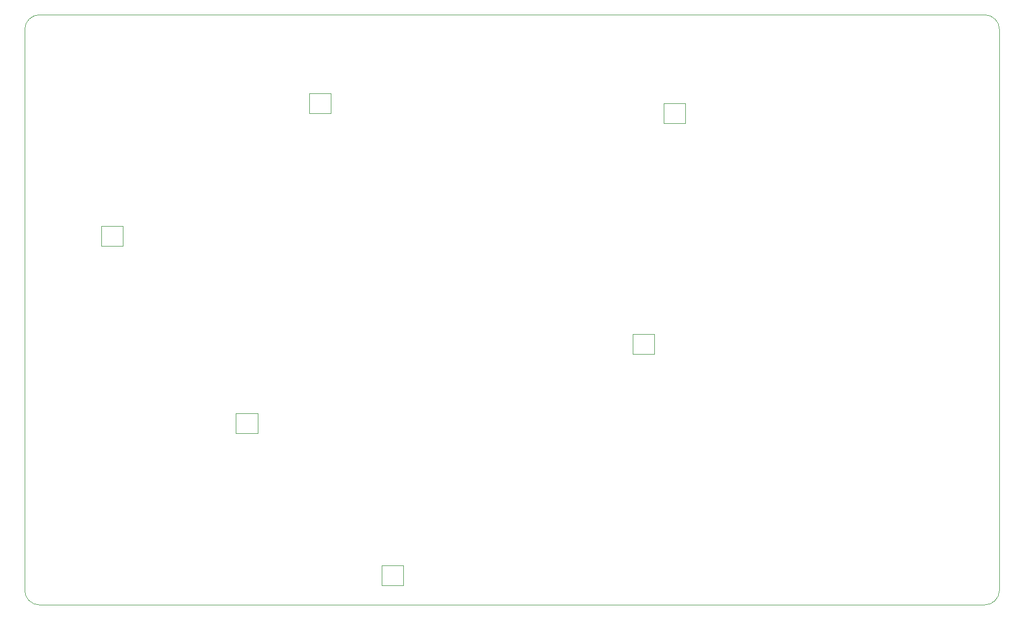
<source format=gm1>
G04 #@! TF.GenerationSoftware,KiCad,Pcbnew,7.0.7*
G04 #@! TF.CreationDate,2023-09-30T17:43:00+09:00*
G04 #@! TF.ProjectId,ind-assemble_L,696e642d-6173-4736-956d-626c655f4c2e,rev?*
G04 #@! TF.SameCoordinates,Original*
G04 #@! TF.FileFunction,Profile,NP*
%FSLAX46Y46*%
G04 Gerber Fmt 4.6, Leading zero omitted, Abs format (unit mm)*
G04 Created by KiCad (PCBNEW 7.0.7) date 2023-09-30 17:43:00*
%MOMM*%
%LPD*%
G01*
G04 APERTURE LIST*
G04 #@! TA.AperFunction,Profile*
%ADD10C,0.100000*%
G04 #@! TD*
G04 #@! TA.AperFunction,Profile*
%ADD11C,0.120000*%
G04 #@! TD*
G04 APERTURE END LIST*
D10*
X180975000Y-26193750D02*
X180975000Y-116681250D01*
X180975000Y-26193750D02*
G75*
G03*
X178593750Y-23812500I-2381300J-50D01*
G01*
X178593750Y-119062500D02*
G75*
G03*
X180975000Y-116681250I-50J2381300D01*
G01*
X23812500Y-116681250D02*
G75*
G03*
X26193750Y-119062500I2381250J0D01*
G01*
X23812500Y-116681250D02*
X23812500Y-26193750D01*
X26193750Y-23812500D02*
X178593750Y-23812500D01*
X178593750Y-119062500D02*
X26193750Y-119062500D01*
X26193750Y-23812500D02*
G75*
G03*
X23812500Y-26193750I0J-2381250D01*
G01*
D11*
X69687500Y-36500000D02*
X73187500Y-36500000D01*
X69687500Y-39700000D02*
X69687500Y-36500000D01*
X73187500Y-36500000D02*
X73187500Y-39700000D01*
X73187500Y-39700000D02*
X69687500Y-39700000D01*
X121856250Y-75350000D02*
X125356250Y-75350000D01*
X121856250Y-78550000D02*
X121856250Y-75350000D01*
X125356250Y-75350000D02*
X125356250Y-78550000D01*
X125356250Y-78550000D02*
X121856250Y-78550000D01*
X57880000Y-88137500D02*
X61380000Y-88137500D01*
X57880000Y-91337500D02*
X57880000Y-88137500D01*
X61380000Y-88137500D02*
X61380000Y-91337500D01*
X61380000Y-91337500D02*
X57880000Y-91337500D01*
X126837500Y-38131250D02*
X130337500Y-38131250D01*
X126837500Y-41331250D02*
X126837500Y-38131250D01*
X130337500Y-38131250D02*
X130337500Y-41331250D01*
X130337500Y-41331250D02*
X126837500Y-41331250D01*
X36131250Y-57931250D02*
X39631250Y-57931250D01*
X36131250Y-61131250D02*
X36131250Y-57931250D01*
X39631250Y-57931250D02*
X39631250Y-61131250D01*
X39631250Y-61131250D02*
X36131250Y-61131250D01*
X81375000Y-112700000D02*
X84875000Y-112700000D01*
X81375000Y-115900000D02*
X81375000Y-112700000D01*
X84875000Y-112700000D02*
X84875000Y-115900000D01*
X84875000Y-115900000D02*
X81375000Y-115900000D01*
M02*

</source>
